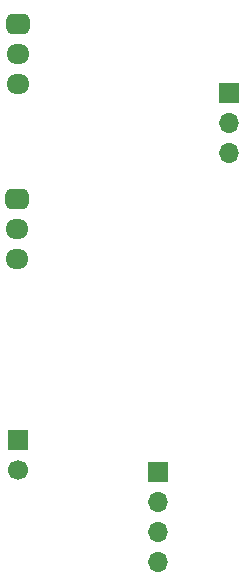
<source format=gbr>
%TF.GenerationSoftware,KiCad,Pcbnew,8.0.5*%
%TF.CreationDate,2024-11-10T21:06:56+07:00*%
%TF.ProjectId,Project_241,50726f6a-6563-4745-9f32-34312e6b6963,rev?*%
%TF.SameCoordinates,Original*%
%TF.FileFunction,Soldermask,Bot*%
%TF.FilePolarity,Negative*%
%FSLAX46Y46*%
G04 Gerber Fmt 4.6, Leading zero omitted, Abs format (unit mm)*
G04 Created by KiCad (PCBNEW 8.0.5) date 2024-11-10 21:06:56*
%MOMM*%
%LPD*%
G01*
G04 APERTURE LIST*
G04 Aperture macros list*
%AMRoundRect*
0 Rectangle with rounded corners*
0 $1 Rounding radius*
0 $2 $3 $4 $5 $6 $7 $8 $9 X,Y pos of 4 corners*
0 Add a 4 corners polygon primitive as box body*
4,1,4,$2,$3,$4,$5,$6,$7,$8,$9,$2,$3,0*
0 Add four circle primitives for the rounded corners*
1,1,$1+$1,$2,$3*
1,1,$1+$1,$4,$5*
1,1,$1+$1,$6,$7*
1,1,$1+$1,$8,$9*
0 Add four rect primitives between the rounded corners*
20,1,$1+$1,$2,$3,$4,$5,0*
20,1,$1+$1,$4,$5,$6,$7,0*
20,1,$1+$1,$6,$7,$8,$9,0*
20,1,$1+$1,$8,$9,$2,$3,0*%
G04 Aperture macros list end*
%ADD10R,1.700000X1.700000*%
%ADD11O,1.700000X1.700000*%
%ADD12RoundRect,0.425000X-0.550000X-0.425000X0.550000X-0.425000X0.550000X0.425000X-0.550000X0.425000X0*%
%ADD13O,1.950000X1.700000*%
%ADD14C,1.700000*%
G04 APERTURE END LIST*
D10*
%TO.C,J1*%
X153578386Y-89183014D03*
D11*
X153578386Y-91723014D03*
X153578386Y-94263014D03*
%TD*%
D12*
%TO.C,J5*%
X135686800Y-83312000D03*
D13*
X135686800Y-85852000D03*
X135686800Y-88391999D03*
%TD*%
D12*
%TO.C,J2*%
X135636000Y-98132600D03*
D13*
X135636000Y-100672600D03*
X135636000Y-103212599D03*
%TD*%
D10*
%TO.C,J6*%
X135730401Y-118596399D03*
D14*
X135730401Y-121136401D03*
%TD*%
D10*
%TO.C,J4*%
X147574000Y-121269600D03*
D11*
X147574000Y-123809600D03*
X147574000Y-126349599D03*
X147574000Y-128889600D03*
%TD*%
M02*

</source>
